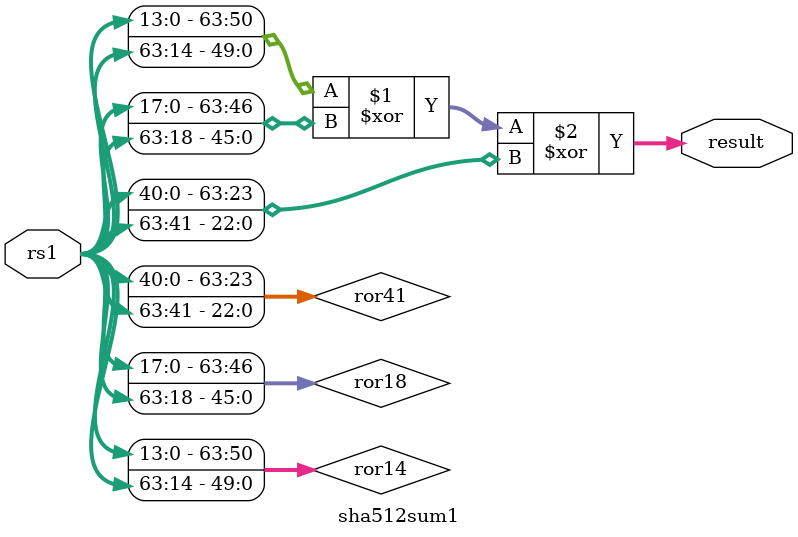
<source format=sv>

module sha512sum1(input  logic [63:0] rs1, output logic [63:0] result);

   logic [63:0] ror14;
   logic [63:0] ror18;
   logic [63:0] ror41;
   
   assign ror14 = {rs1[13:0], rs1[63:14]};
   assign ror18 = {rs1[17:0], rs1[63:18]};
   assign ror41 = {rs1[40:0], rs1[63:41]};
   
   // Assign output to xor of 3 rotates
   assign result = ror14 ^ ror18 ^ ror41;
   
endmodule

</source>
